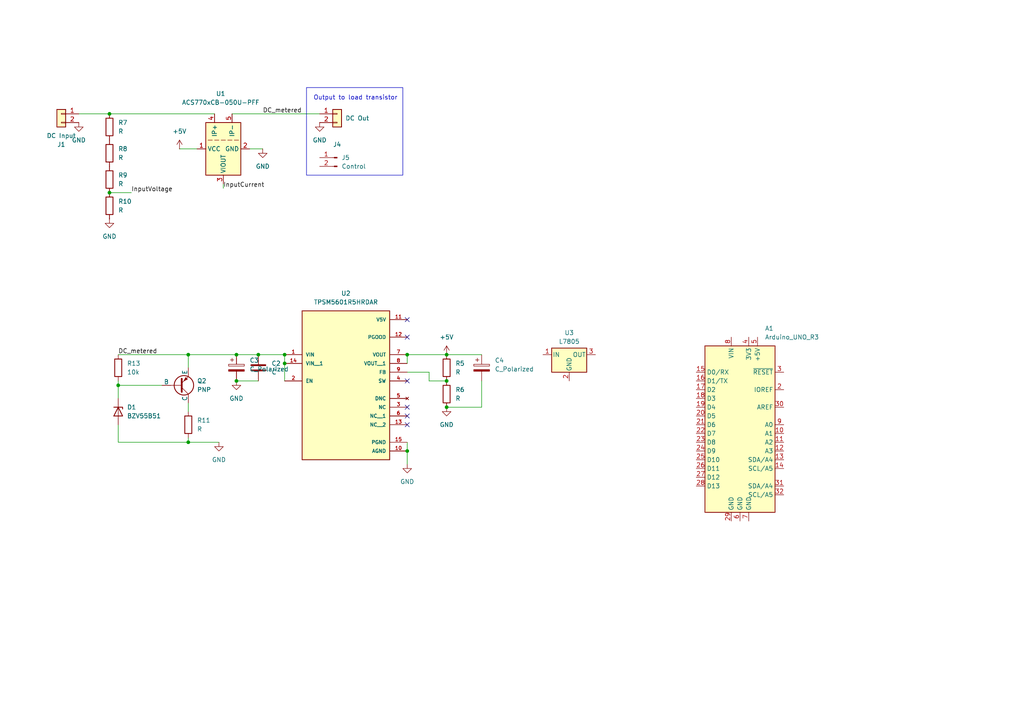
<source format=kicad_sch>
(kicad_sch (version 20250114) (generator "eeschema") (generator_version "9.0")
  (paper "A4")
  (lib_symbols
    (symbol "Connector:Conn_01x02_Pin" (pin_names (offset 1.016) (hide yes))
      (property "Reference" "J" (at 0 2.54 0))
      (property "Value" "Conn_01x02_Pin" (at 0 -5.08 0))
      (symbol "Conn_01x02_Pin_1_1"
        (rectangle (start 0.8636 0.127) (end 0 -0.127) (stroke (width 0.1524)) (fill (type outline)))
        (rectangle (start 0.8636 -2.413) (end 0 -2.667) (stroke (width 0.1524)) (fill (type outline)))
        (polyline (pts (xy 1.27 0) (xy 0.8636 0)) (stroke (width 0.1524)))
        (polyline (pts (xy 1.27 -2.54) (xy 0.8636 -2.54)) (stroke (width 0.1524)))
        (pin passive line (at 5.08 0 180) (length 3.81) (name "Pin_1") (number "1"))
        (pin passive line (at 5.08 -2.54 180) (length 3.81) (name "Pin_2") (number "2"))
      )
    )
    (symbol "Connector:Conn_01x03_Pin" (pin_names (offset 1.016) (hide yes))
      (property "Reference" "J" (at 0 5.08 0))
      (property "Value" "Conn_01x03_Pin" (at 0 -5.08 0))
      (symbol "Conn_01x03_Pin_1_1"
        (rectangle (start 0.8636 2.667) (end 0 2.413) (stroke (width 0.1524)) (fill (type outline)))
        (rectangle (start 0.8636 0.127) (end 0 -0.127) (stroke (width 0.1524)) (fill (type outline)))
        (rectangle (start 0.8636 -2.413) (end 0 -2.667) (stroke (width 0.1524)) (fill (type outline)))
        (polyline (pts (xy 1.27 2.54) (xy 0.8636 2.54)) (stroke (width 0.1524)))
        (polyline (pts (xy 1.27 0) (xy 0.8636 0)) (stroke (width 0.1524)))
        (polyline (pts (xy 1.27 -2.54) (xy 0.8636 -2.54)) (stroke (width 0.1524)))
        (pin passive line (at 5.08 2.54 180) (length 3.81) (name "Pin_1") (number "1"))
        (pin passive line (at 5.08 0 180) (length 3.81) (name "Pin_2") (number "2"))
        (pin passive line (at 5.08 -2.54 180) (length 3.81) (name "Pin_3") (number "3"))
      )
    )
    (symbol "Connector:Conn_01x06_Pin" (pin_names (offset 1.016) (hide yes))
      (property "Reference" "J" (at 0 7.62 0))
      (property "Value" "Conn_01x06_Pin" (at 0 -10.16 0))
      (symbol "Conn_01x06_Pin_1_1"
        (rectangle (start 0.8636 5.207) (end 0 4.953) (stroke (width 0.1524)) (fill (type outline)))
        (rectangle (start 0.8636 2.667) (end 0 2.413) (stroke (width 0.1524)) (fill (type outline)))
        (rectangle (start 0.8636 0.127) (end 0 -0.127) (stroke (width 0.1524)) (fill (type outline)))
        (rectangle (start 0.8636 -2.413) (end 0 -2.667) (stroke (width 0.1524)) (fill (type outline)))
        (rectangle (start 0.8636 -4.953) (end 0 -5.207) (stroke (width 0.1524)) (fill (type outline)))
        (rectangle (start 0.8636 -7.493) (end 0 -7.747) (stroke (width 0.1524)) (fill (type outline)))
        (polyline (pts (xy 1.27 5.08) (xy 0.8636 5.08)) (stroke (width 0.1524)))
        (polyline (pts (xy 1.27 2.54) (xy 0.8636 2.54)) (stroke (width 0.1524)))
        (polyline (pts (xy 1.27 0) (xy 0.8636 0)) (stroke (width 0.1524)))
        (polyline (pts (xy 1.27 -2.54) (xy 0.8636 -2.54)) (stroke (width 0.1524)))
        (polyline (pts (xy 1.27 -5.08) (xy 0.8636 -5.08)) (stroke (width 0.1524)))
        (polyline (pts (xy 1.27 -7.62) (xy 0.8636 -7.62)) (stroke (width 0.1524)))
        (pin passive line (at 5.08 5.08 180) (length 3.81) (name "Pin_1") (number "1"))
        (pin passive line (at 5.08 2.54 180) (length 3.81) (name "Pin_2") (number "2"))
        (pin passive line (at 5.08 0 180) (length 3.81) (name "Pin_3") (number "3"))
        (pin passive line (at 5.08 -2.54 180) (length 3.81) (name "Pin_4") (number "4"))
        (pin passive line (at 5.08 -5.08 180) (length 3.81) (name "Pin_5") (number "5"))
        (pin passive line (at 5.08 -7.62 180) (length 3.81) (name "Pin_6") (number "6"))
      )
    )
    (symbol "Connector_Generic:Conn_01x02" (pin_names (offset 1.016) (hide yes))
      (property "Reference" "J" (at 0 2.54 0))
      (property "Value" "Conn_01x02" (at 0 -5.08 0))
      (symbol "Conn_01x02_1_1"
        (rectangle (start -1.27 1.27) (end 1.27 -3.81) (stroke (width 0.254)) (fill (type background)))
        (rectangle (start -1.27 0.127) (end 0 -0.127) (stroke (width 0.1524)))
        (rectangle (start -1.27 -2.413) (end 0 -2.667) (stroke (width 0.1524)))
        (pin passive line (at -5.08 0 0) (length 3.81) (name "Pin_1") (number "1"))
        (pin passive line (at -5.08 -2.54 0) (length 3.81) (name "Pin_2") (number "2"))
      )
    )
    (symbol "Device:C" (pin_numbers (hide yes)) (pin_names (offset 0.254))
      (property "Reference" "C" (at 0.635 2.54 0))
      (property "Value" "C" (at 0.635 -2.54 0))
      (symbol "C_0_1"
        (polyline (pts (xy -2.032 0.762) (xy 2.032 0.762)) (stroke (width 0.508)))
        (polyline (pts (xy -2.032 -0.762) (xy 2.032 -0.762)) (stroke (width 0.508)))
      )
      (symbol "C_1_1"
        (pin passive line (at 0 3.81 270) (length 2.794) (name "~") (number "1"))
        (pin passive line (at 0 -3.81 90) (length 2.794) (name "~") (number "2"))
      )
    )
    (symbol "Device:C_Polarized" (pin_numbers (hide yes)) (pin_names (offset 0.254))
      (property "Reference" "C" (at 0.635 2.54 0))
      (property "Value" "C_Polarized" (at 0.635 -2.54 0))
      (symbol "C_Polarized_0_1"
        (rectangle (start -2.286 0.508) (end 2.286 1.016))
        (polyline (pts (xy -1.778 2.286) (xy -0.762 2.286)))
        (polyline (pts (xy -1.27 2.794) (xy -1.27 1.778)))
        (rectangle (start 2.286 -0.508) (end -2.286 -1.016) (fill (type outline)))
      )
      (symbol "C_Polarized_1_1"
        (pin passive line (at 0 3.81 270) (length 2.794) (name "~") (number "1"))
        (pin passive line (at 0 -3.81 90) (length 2.794) (name "~") (number "2"))
      )
    )
    (symbol "Device:R" (pin_numbers (hide yes)) (pin_names (offset 0))
      (property "Reference" "R" (at 2.032 0 90))
      (property "Value" "R" (at 0 0 90))
      (symbol "R_0_1"
        (rectangle (start -1.016 -2.54) (end 1.016 2.54) (stroke (width 0.254)))
      )
      (symbol "R_1_1"
        (pin passive line (at 0 3.81 270) (length 1.27) (name "~") (number "1"))
        (pin passive line (at 0 -3.81 90) (length 1.27) (name "~") (number "2"))
      )
    )
    (symbol "Diode:BZV55B51" (pin_numbers (hide yes)) (pin_names (hide yes))
      (property "Reference" "D" (at 0 2.54 0))
      (property "Value" "BZV55B51" (at 0 -2.54 0))
      (symbol "BZV55B51_0_1"
        (polyline (pts (xy -1.27 -1.27) (xy -1.27 1.27) (xy -0.762 1.27)) (stroke (width 0.254)))
        (polyline (pts (xy 1.27 0) (xy -1.27 0)))
        (polyline (pts (xy 1.27 -1.27) (xy 1.27 1.27) (xy -1.27 0) (xy 1.27 -1.27)) (stroke (width 0.254)))
      )
      (symbol "BZV55B51_1_1"
        (pin passive line (at -3.81 0 0) (length 2.54) (name "K") (number "1"))
        (pin passive line (at 3.81 0 180) (length 2.54) (name "A") (number "2"))
      )
    )
    (symbol "MCU_Module:Arduino_UNO_R3"
      (property "Reference" "A" (at -10.16 23.495 0))
      (property "Value" "Arduino_UNO_R3" (at 5.08 -26.67 0))
      (symbol "Arduino_UNO_R3_0_1"
        (rectangle (start -10.16 22.86) (end 10.16 -25.4) (stroke (width 0.254)) (fill (type background)))
      )
      (symbol "Arduino_UNO_R3_1_1"
        (pin bidirectional line (at -12.7 15.24 0) (length 2.54) (name "D0/RX") (number "15"))
        (pin bidirectional line (at -12.7 12.7 0) (length 2.54) (name "D1/TX") (number "16"))
        (pin bidirectional line (at -12.7 10.16 0) (length 2.54) (name "D2") (number "17"))
        (pin bidirectional line (at -12.7 7.62 0) (length 2.54) (name "D3") (number "18"))
        (pin bidirectional line (at -12.7 5.08 0) (length 2.54) (name "D4") (number "19"))
        (pin bidirectional line (at -12.7 2.54 0) (length 2.54) (name "D5") (number "20"))
        (pin bidirectional line (at -12.7 0 0) (length 2.54) (name "D6") (number "21"))
        (pin bidirectional line (at -12.7 -2.54 0) (length 2.54) (name "D7") (number "22"))
        (pin bidirectional line (at -12.7 -5.08 0) (length 2.54) (name "D8") (number "23"))
        (pin bidirectional line (at -12.7 -7.62 0) (length 2.54) (name "D9") (number "24"))
        (pin bidirectional line (at -12.7 -10.16 0) (length 2.54) (name "D10") (number "25"))
        (pin bidirectional line (at -12.7 -12.7 0) (length 2.54) (name "D11") (number "26"))
        (pin bidirectional line (at -12.7 -15.24 0) (length 2.54) (name "D12") (number "27"))
        (pin bidirectional line (at -12.7 -17.78 0) (length 2.54) (name "D13") (number "28"))
        (pin no_connect line (at -10.16 -20.32 0) (length 2.54) (hide yes) (name "NC") (number "1"))
        (pin power_in line (at -2.54 25.4 270) (length 2.54) (name "VIN") (number "8"))
        (pin power_in line (at -2.54 -27.94 90) (length 2.54) (name "GND") (number "29"))
        (pin power_in line (at 0 -27.94 90) (length 2.54) (name "GND") (number "6"))
        (pin power_out line (at 2.54 25.4 270) (length 2.54) (name "3V3") (number "4"))
        (pin power_in line (at 2.54 -27.94 90) (length 2.54) (name "GND") (number "7"))
        (pin power_out line (at 5.08 25.4 270) (length 2.54) (name "+5V") (number "5"))
        (pin input line (at 12.7 15.24 180) (length 2.54) (name "~{RESET}") (number "3"))
        (pin output line (at 12.7 10.16 180) (length 2.54) (name "IOREF") (number "2"))
        (pin input line (at 12.7 5.08 180) (length 2.54) (name "AREF") (number "30"))
        (pin bidirectional line (at 12.7 0 180) (length 2.54) (name "A0") (number "9"))
        (pin bidirectional line (at 12.7 -2.54 180) (length 2.54) (name "A1") (number "10"))
        (pin bidirectional line (at 12.7 -5.08 180) (length 2.54) (name "A2") (number "11"))
        (pin bidirectional line (at 12.7 -7.62 180) (length 2.54) (name "A3") (number "12"))
        (pin bidirectional line (at 12.7 -10.16 180) (length 2.54) (name "SDA/A4") (number "13"))
        (pin bidirectional line (at 12.7 -12.7 180) (length 2.54) (name "SCL/A5") (number "14"))
        (pin bidirectional line (at 12.7 -17.78 180) (length 2.54) (name "SDA/A4") (number "31"))
        (pin bidirectional line (at 12.7 -20.32 180) (length 2.54) (name "SCL/A5") (number "32"))
      )
    )
    (symbol "Regulator_Linear:L7805" (pin_names (offset 0.254))
      (property "Reference" "U" (at -3.81 3.175 0))
      (property "Value" "L7805" (at 0 3.175 0))
      (symbol "L7805_0_1"
        (rectangle (start -5.08 1.905) (end 5.08 -5.08) (stroke (width 0.254)) (fill (type background)))
      )
      (symbol "L7805_1_1"
        (pin power_in line (at -7.62 0 0) (length 2.54) (name "IN") (number "1"))
        (pin power_in line (at 0 -7.62 90) (length 2.54) (name "GND") (number "2"))
        (pin power_out line (at 7.62 0 180) (length 2.54) (name "OUT") (number "3"))
      )
    )
    (symbol "Sensor_Current:ACS770xCB-050U-PFF"
      (property "Reference" "U" (at -7.62 6.35 0))
      (property "Value" "ACS770xCB-050U-PFF" (at 2.54 6.35 0))
      (symbol "ACS770xCB-050U-PFF_0_1"
        (rectangle (start -7.62 5.08) (end 7.62 -5.08) (stroke (width 0.254)) (fill (type background)))
        (polyline (pts (xy -2.54 3.175) (xy -2.54 4.445)))
        (polyline (pts (xy -2.54 1.27) (xy -2.54 2.54)))
        (polyline (pts (xy -2.54 0.635) (xy -2.54 -0.635)))
        (polyline (pts (xy -2.54 -1.27) (xy -2.54 -2.54)))
        (polyline (pts (xy -2.54 -3.175) (xy -2.54 -4.445)))
      )
      (symbol "ACS770xCB-050U-PFF_1_1"
        (pin passive line (at -10.16 2.54 0) (length 2.54) (name "IP+") (number "4"))
        (pin passive line (at -10.16 -2.54 0) (length 2.54) (name "IP-") (number "5"))
        (pin power_in line (at 0 7.62 270) (length 2.54) (name "VCC") (number "1"))
        (pin power_in line (at 0 -7.62 90) (length 2.54) (name "GND") (number "2"))
        (pin output line (at 10.16 0 180) (length 2.54) (name "VIOUT") (number "3"))
      )
    )
    (symbol "Simulation_SPICE:PNP" (pin_numbers (hide yes)) (pin_names (offset 0))
      (property "Reference" "Q" (at -2.54 7.62 0))
      (property "Value" "PNP" (at -2.54 5.08 0))
      (symbol "PNP_0_1"
        (polyline (pts (xy -2.54 0) (xy 0.635 0)) (stroke (width 0.1524)))
        (polyline (pts (xy 0.635 1.905) (xy 0.635 -1.905) (xy 0.635 -1.905)) (stroke (width 0.508)))
        (polyline (pts (xy 0.635 0.635) (xy 2.54 2.54)))
        (polyline (pts (xy 0.635 -0.635) (xy 2.54 -2.54) (xy 2.54 -2.54)))
        (circle (center 1.27 0) (radius 2.8194) (stroke (width 0.254)))
        (polyline (pts (xy 2.286 -1.778) (xy 1.778 -2.286) (xy 1.27 -1.27) (xy 2.286 -1.778) (xy 2.286 -1.778)) (fill (type outline)))
      )
      (symbol "PNP_1_1"
        (pin input line (at -5.08 0 0) (length 2.54) (name "B") (number "2"))
        (pin open_collector line (at 2.54 5.08 270) (length 2.54) (name "C") (number "1"))
        (pin open_emitter line (at 2.54 -5.08 90) (length 2.54) (name "E") (number "3"))
      )
    )
    (symbol "TPSM5601R5HRDAR:TPSM5601R5HRDAR" (pin_names (offset 1.016))
      (property "Reference" "U" (at -12.7 18.542 0))
      (property "Value" "TPSM5601R5HRDAR" (at -12.7 -27.94 0))
      (symbol "TPSM5601R5HRDAR_0_0"
        (rectangle (start -12.7 -25.4) (end 12.7 17.78) (stroke (width 0.254)) (fill (type background)))
        (pin input line (at -17.78 5.08 0) (length 5.08) (name "VIN") (number "1"))
        (pin input line (at -17.78 2.54 0) (length 5.08) (name "VIN__1") (number "14"))
        (pin input line (at -17.78 -2.54 0) (length 5.08) (name "EN") (number "2"))
        (pin output line (at 17.78 15.24 180) (length 5.08) (name "V5V") (number "11"))
        (pin output line (at 17.78 10.16 180) (length 5.08) (name "PGOOD") (number "12"))
        (pin output line (at 17.78 5.08 180) (length 5.08) (name "VOUT") (number "7"))
        (pin output line (at 17.78 2.54 180) (length 5.08) (name "VOUT__1") (number "8"))
        (pin input line (at 17.78 0 180) (length 5.08) (name "FB") (number "9"))
        (pin output line (at 17.78 -2.54 180) (length 5.08) (name "SW") (number "4"))
        (pin no_connect line (at 17.78 -7.62 180) (length 5.08) (name "DNC") (number "5"))
        (pin passive line (at 17.78 -10.16 180) (length 5.08) (name "NC") (number "3"))
        (pin passive line (at 17.78 -12.7 180) (length 5.08) (name "NC__1") (number "6"))
        (pin passive line (at 17.78 -15.24 180) (length 5.08) (name "NC__2") (number "13"))
        (pin power_in line (at 17.78 -20.32 180) (length 5.08) (name "PGND") (number "15"))
        (pin power_in line (at 17.78 -22.86 180) (length 5.08) (name "AGND") (number "10"))
      )
    )
    (symbol "power:+5V" (power) (pin_numbers (hide yes)) (pin_names (offset 0) (hide yes))
      (property "Value" "+5V" (at 0 3.556 0))
      (symbol "+5V_0_1"
        (polyline (pts (xy -0.762 1.27) (xy 0 2.54)))
        (polyline (pts (xy 0 2.54) (xy 0.762 1.27)))
        (polyline (pts (xy 0 0) (xy 0 2.54)))
      )
      (symbol "+5V_1_1"
        (pin power_in line (at 0 0 90) (length 0) (name "~") (number "1"))
      )
    )
    (symbol "power:GND" (power) (pin_numbers (hide yes)) (pin_names (offset 0) (hide yes))
      (property "Value" "GND" (at 0 -3.81 0))
      (symbol "GND_0_1"
        (polyline (pts (xy 0 0) (xy 0 -1.27) (xy 1.27 -1.27) (xy 0 -2.54) (xy -1.27 -1.27) (xy 0 -1.27)))
      )
      (symbol "GND_1_1"
        (pin power_in line (at 0 0 270) (length 0) (name "~") (number "1"))
      )
    )
  )
  (rectangle (start 88.9 25.4) (end 116.84 50.8))
  (text "Output to load transistor" (at 103.124 28.448 0) (effects (font (size 1.27 1.27))))
  (junction (at 31.75 33.02))
  (junction (at 340.36 118.11))
  (junction (at 118.11 130.81))
  (junction (at 68.58 110.49))
  (junction (at 118.11 102.87))
  (junction (at 129.54 102.87))
  (junction (at 334.01 86.36))
  (junction (at 54.61 102.87))
  (junction (at 129.54 118.11))
  (junction (at 341.63 86.36))
  (junction (at 82.55 105.41))
  (junction (at 68.58 102.87))
  (junction (at 54.61 128.27))
  (junction (at 34.29 111.76))
  (junction (at 82.55 102.87))
  (junction (at 129.54 110.49))
  (junction (at 349.25 86.36))
  (junction (at 31.75 55.88))
  (junction (at 74.93 102.87))
  (no_connect (at 118.11 118.11))
  (no_connect (at 118.11 110.49))
  (no_connect (at 118.11 92.71))
  (no_connect (at 118.11 123.19))
  (no_connect (at 118.11 120.65))
  (no_connect (at 118.11 97.79))
  (no_connect (at 327.66 102.87))
  (wire (pts (xy 31.75 33.02) (xy 62.23 33.02)))
  (wire (pts (xy 124.46 110.49) (xy 129.54 110.49)))
  (wire (pts (xy 129.54 102.87) (xy 139.7 102.87)))
  (wire (pts (xy 34.29 111.76) (xy 34.29 110.49)))
  (wire (pts (xy 34.29 102.87) (xy 54.61 102.87)))
  (wire (pts (xy 54.61 102.87) (xy 54.61 106.68)))
  (wire (pts (xy 356.87 97.79) (xy 356.87 100.33)))
  (wire (pts (xy 327.66 118.11) (xy 332.74 118.11)))
  (wire (pts (xy 328.93 99.06) (xy 328.93 97.79)))
  (wire (pts (xy 327.66 100.33) (xy 356.87 100.33)))
  (wire (pts (xy 82.55 102.87) (xy 82.55 105.41)))
  (wire (pts (xy 54.61 128.27) (xy 63.5 128.27)))
  (wire (pts (xy 118.11 107.95) (xy 124.46 107.95)))
  (wire (pts (xy 82.55 105.41) (xy 82.55 110.49)))
  (wire (pts (xy 54.61 102.87) (xy 68.58 102.87)))
  (wire (pts (xy 68.58 110.49) (xy 74.93 110.49)))
  (wire (pts (xy 118.11 102.87) (xy 118.11 105.41)))
  (wire (pts (xy 342.9 118.11) (xy 340.36 118.11)))
  (wire (pts (xy 341.63 86.36) (xy 349.25 86.36)))
  (wire (pts (xy 64.77 54.61) (xy 64.77 53.34)))
  (wire (pts (xy 118.11 128.27) (xy 118.11 130.81)))
  (wire (pts (xy 67.31 33.02) (xy 92.71 33.02)))
  (wire (pts (xy 327.66 95.25) (xy 330.2 95.25)))
  (wire (pts (xy 139.7 110.49) (xy 139.7 118.11)))
  (wire (pts (xy 34.29 128.27) (xy 54.61 128.27)))
  (wire (pts (xy 334.01 86.36) (xy 334.01 90.17)))
  (wire (pts (xy 118.11 102.87) (xy 129.54 102.87)))
  (wire (pts (xy 74.93 102.87) (xy 82.55 102.87)))
  (wire (pts (xy 68.58 102.87) (xy 74.93 102.87)))
  (wire (pts (xy 76.2 43.18) (xy 72.39 43.18)))
  (wire (pts (xy 31.75 55.88) (xy 38.1 55.88)))
  (wire (pts (xy 34.29 128.27) (xy 34.29 123.19)))
  (wire (pts (xy 330.2 97.79) (xy 341.63 97.79)))
  (wire (pts (xy 334.01 86.36) (xy 341.63 86.36)))
  (wire (pts (xy 54.61 119.38) (xy 54.61 116.84)))
  (wire (pts (xy 330.2 97.79) (xy 330.2 95.25)))
  (wire (pts (xy 34.29 111.76) (xy 46.99 111.76)))
  (wire (pts (xy 327.66 97.79) (xy 328.93 97.79)))
  (wire (pts (xy 22.86 33.02) (xy 31.75 33.02)))
  (wire (pts (xy 124.46 107.95) (xy 124.46 110.49)))
  (wire (pts (xy 349.25 86.36) (xy 349.25 88.9)))
  (wire (pts (xy 328.93 99.06) (xy 349.25 99.06)))
  (wire (pts (xy 327.66 92.71) (xy 334.01 92.71)))
  (wire (pts (xy 341.63 86.36) (xy 341.63 87.63)))
  (wire (pts (xy 54.61 128.27) (xy 54.61 127)))
  (wire (pts (xy 34.29 115.57) (xy 34.29 111.76)))
  (wire (pts (xy 52.07 43.18) (xy 57.15 43.18)))
  (wire (pts (xy 341.63 97.79) (xy 341.63 95.25)))
  (wire (pts (xy 327.66 90.17) (xy 334.01 90.17)))
  (wire (pts (xy 118.11 130.81) (xy 118.11 134.62)))
  (wire (pts (xy 356.87 86.36) (xy 356.87 90.17)))
  (wire (pts (xy 139.7 118.11) (xy 129.54 118.11)))
  (wire (pts (xy 349.25 99.06) (xy 349.25 96.52)))
  (wire (pts (xy 349.25 86.36) (xy 356.87 86.36)))
  (label "DC_metered" (at 34.29 102.87 0))
  (label "DC_metered" (at 76.2 33.02 0))
  (label "Hall_C" (at 356.87 100.33 0))
  (label "InputCurrent" (at 64.77 54.61 0))
  (label "Hall_A" (at 341.63 97.79 0))
  (label "InputVoltage" (at 38.1 55.88 0))
  (label "Hall_B" (at 349.25 99.06 0))
  (label "InputPot" (at 342.9 118.11 0))
  (symbol (lib_id "MCU_Module:Arduino_UNO_R3") (at 214.63 123.19 0) (unit 1)
    (property "Reference" "A1" (at 221.8533 95.25 0) (effects (justify left)))
    (property "Value" "Arduino_UNO_R3" (at 221.8533 97.79 0) (effects (justify left)))
    (property "Footprint" "Module:Arduino_UNO_R3" (effects (hide yes)))
    (property "Datasheet" "https://www.arduino.cc/en/Main/arduinoBoardUno" (effects (hide yes)))
    (property "Description" "Arduino UNO Microcontroller Module, release 3" (effects (hide yes)))
  )
  (symbol (lib_id "power:GND") (at 92.71 35.56 0) (unit 1)
    (property "Reference" "#PWR02" (effects (hide yes)))
    (property "Value" "GND" (at 92.71 40.64 0))
    (property "Description" "Power symbol creates a global label with name \"GND\" , ground" (effects (hide yes)))
  )
  (symbol (lib_id "power:+5V") (at 52.07 43.18 0) (unit 1)
    (property "Reference" "#PWR013" (effects (hide yes)))
    (property "Value" "+5V" (at 52.07 38.1 0))
    (property "Description" "Power symbol creates a global label with name \"+5V\"" (effects (hide yes)))
  )
  (symbol (lib_id "Device:R") (at 54.61 123.19 0) (unit 1)
    (property "Reference" "R11" (at 57.15 121.9199 0) (effects (justify left)))
    (property "Value" "R" (at 57.15 124.4599 0) (effects (justify left)))
    (property "Description" "Resistor" (effects (hide yes)))
  )
  (symbol (lib_id "Connector:Conn_01x03_Pin") (at 322.58 118.11 0) (unit 1)
    (property "Reference" "J3" (at 323.215 110.49 0))
    (property "Value" "Pot Input" (at 323.215 113.03 0))
    (property "Description" "Generic connector, single row, 01x03, script generated" (effects (hide yes)))
  )
  (symbol (lib_id "power:GND") (at 129.54 118.11 0) (unit 1)
    (property "Reference" "#PWR08" (effects (hide yes)))
    (property "Value" "GND" (at 129.54 123.19 0))
    (property "Description" "Power symbol creates a global label with name \"GND\" , ground" (effects (hide yes)))
  )
  (symbol (lib_id "Diode:BZV55B51") (at 34.29 119.38 270) (unit 1)
    (property "Reference" "D1" (at 36.83 118.1099 90) (effects (justify left)))
    (property "Value" "BZV55B51" (at 36.83 120.6499 90) (effects (justify left)))
    (property "Footprint" "Diode_SMD:D_MiniMELF" (effects (hide yes)))
    (property "Datasheet" "https://assets.nexperia.com/documents/data-sheet/BZV55_SER.pdf" (effects (hide yes)))
    (property "Description" "51V, 500mW, 2%, Zener diode, MiniMELF" (effects (hide yes)))
  )
  (symbol (lib_id "Device:R") (at 31.75 52.07 0) (unit 1)
    (property "Reference" "R9" (at 34.29 50.7999 0) (effects (justify left)))
    (property "Value" "R" (at 34.29 53.3399 0) (effects (justify left)))
    (property "Description" "Resistor" (effects (hide yes)))
  )
  (symbol (lib_id "Device:C_Polarized") (at 139.7 106.68 0) (unit 1)
    (property "Reference" "C4" (at 143.51 104.5209 0) (effects (justify left)))
    (property "Value" "C_Polarized" (at 143.51 107.0609 0) (effects (justify left)))
    (property "Description" "Polarized capacitor" (effects (hide yes)))
  )
  (symbol (lib_id "power:GND") (at 31.75 63.5 0) (unit 1)
    (property "Reference" "#PWR011" (effects (hide yes)))
    (property "Value" "GND" (at 31.75 68.58 0))
    (property "Description" "Power symbol creates a global label with name \"GND\" , ground" (effects (hide yes)))
  )
  (symbol (lib_id "Device:R") (at 356.87 93.98 0) (unit 1)
    (property "Reference" "R4" (at 358.902 92.71 0) (effects (justify left)))
    (property "Value" "10k" (at 358.902 95.25 0) (effects (justify left)))
    (property "Description" "Resistor" (effects (hide yes)))
  )
  (symbol (lib_id "Device:C") (at 74.93 106.68 0) (unit 1)
    (property "Reference" "C2" (at 78.74 105.4099 0) (effects (justify left)))
    (property "Value" "C" (at 78.74 107.9499 0) (effects (justify left)))
    (property "Description" "Unpolarized capacitor" (effects (hide yes)))
  )
  (symbol (lib_id "power:+5V") (at 334.01 86.36 0) (unit 1)
    (property "Reference" "#PWR05" (effects (hide yes)))
    (property "Value" "+5V" (at 334.01 81.28 0))
    (property "Description" "Power symbol creates a global label with name \"+5V\"" (effects (hide yes)))
  )
  (symbol (lib_id "Device:R") (at 129.54 114.3 0) (unit 1)
    (property "Reference" "R6" (at 132.08 113.0299 0) (effects (justify left)))
    (property "Value" "R" (at 132.08 115.5699 0) (effects (justify left)))
    (property "Description" "Resistor" (effects (hide yes)))
  )
  (symbol (lib_id "Connector:Conn_01x02_Pin") (at 97.79 45.72 0) (mirror y) (unit 1)
    (property "Reference" "J5" (at 99.06 45.7199 0) (effects (justify right)))
    (property "Value" "Control" (at 99.06 48.2599 0) (effects (justify right)))
    (property "Description" "Generic connector, single row, 01x02, script generated" (effects (hide yes)))
  )
  (symbol (lib_id "power:GND") (at 334.01 92.71 0) (unit 1)
    (property "Reference" "#PWR06" (effects (hide yes)))
    (property "Value" "GND" (at 334.264 96.266 0))
    (property "Description" "Power symbol creates a global label with name \"GND\" , ground" (effects (hide yes)))
  )
  (symbol (lib_id "TPSM5601R5HRDAR:TPSM5601R5HRDAR") (at 100.33 107.95 0) (unit 1)
    (property "Reference" "U2" (at 100.33 85.09 0))
    (property "Value" "TPSM5601R5HRDAR" (at 100.33 87.63 0))
    (property "Footprint" "TPSM5601R5HRDAR:IC_TPSM5601R5HRDAR" (effects (hide yes)))
    (property "PARTREV" "December 2020" (effects (hide yes)))
    (property "MANUFACTURER" "Texas Instruments" (effects (hide yes)))
    (property "MAXIMUM_PACKAGE_HEIGHT" "4.1 mm" (effects (hide yes)))
    (property "STANDARD" "Manufacturer Recommendations" (effects (hide yes)))
  )
  (symbol (lib_id "Device:R") (at 31.75 44.45 0) (unit 1)
    (property "Reference" "R8" (at 34.29 43.1799 0) (effects (justify left)))
    (property "Value" "R" (at 34.29 45.7199 0) (effects (justify left)))
    (property "Description" "Resistor" (effects (hide yes)))
  )
  (symbol (lib_id "Connector:Conn_01x06_Pin") (at 322.58 95.25 0) (unit 1)
    (property "Reference" "J2" (at 323.215 85.09 0))
    (property "Value" "Hall Input" (at 323.215 87.63 0))
    (property "Description" "Generic connector, single row, 01x06, script generated" (effects (hide yes)))
  )
  (symbol (lib_id "power:GND") (at 118.11 134.62 0) (unit 1)
    (property "Reference" "#PWR07" (effects (hide yes)))
    (property "Value" "GND" (at 118.11 139.7 0))
    (property "Description" "Power symbol creates a global label with name \"GND\" , ground" (effects (hide yes)))
  )
  (symbol (lib_id "power:GND") (at 63.5 128.27 0) (unit 1)
    (property "Reference" "#PWR012" (effects (hide yes)))
    (property "Value" "GND" (at 63.5 133.35 0))
    (property "Description" "Power symbol creates a global label with name \"GND\" , ground" (effects (hide yes)))
  )
  (symbol (lib_id "power:+5V") (at 129.54 102.87 0) (unit 1)
    (property "Reference" "#PWR09" (effects (hide yes)))
    (property "Value" "+5V" (at 129.54 97.79 0))
    (property "Description" "Power symbol creates a global label with name \"+5V\"" (effects (hide yes)))
  )
  (symbol (lib_id "power:GND") (at 22.86 35.56 0) (unit 1)
    (property "Reference" "#PWR01" (effects (hide yes)))
    (property "Value" "GND" (at 22.86 40.64 0))
    (property "Description" "Power symbol creates a global label with name \"GND\" , ground" (effects (hide yes)))
  )
  (symbol (lib_id "power:GND") (at 76.2 43.18 0) (unit 1)
    (property "Reference" "#PWR014" (effects (hide yes)))
    (property "Value" "GND" (at 76.2 48.26 0))
    (property "Description" "Power symbol creates a global label with name \"GND\" , ground" (effects (hide yes)))
  )
  (symbol (lib_id "Device:R") (at 336.55 118.11 90) (unit 1)
    (property "Reference" "R1" (at 336.55 111.76 90))
    (property "Value" "R" (at 336.55 114.3 90))
    (property "Description" "Resistor" (effects (hide yes)))
  )
  (symbol (lib_id "Regulator_Linear:L7805") (at 165.1 102.87 0) (unit 1)
    (property "Reference" "U3" (at 165.1 96.52 0))
    (property "Value" "L7805" (at 165.1 99.06 0))
    (property "Datasheet" "http://www.st.com/content/ccc/resource/technical/document/datasheet/41/4f/b3/b0/12/d4/47/88/CD00000444.pdf/files/CD00000444.pdf/jcr:content/translations/en.CD00000444.pdf" (effects (hide yes)))
    (property "Description" "Positive 1.5A 35V Linear Regulator, Fixed Output 5V, TO-220/TO-263/TO-252" (effects (hide yes)))
  )
  (symbol (lib_id "Sensor_Current:ACS770xCB-050U-PFF") (at 64.77 43.18 90) (mirror x) (unit 1)
    (property "Reference" "U1" (at 64.008 27.178 90))
    (property "Value" "ACS770xCB-050U-PFF" (at 64.008 29.718 90))
    (property "Footprint" "Sensor_Current:Allegro_CB_PFF" (effects (hide yes)))
    (property "Datasheet" "http://www.allegromicro.com/~/media/Files/Datasheets/ACS758-Datasheet.ashx?la=en" (effects (hide yes)))
    (property "Description" "50A Unidirectional Hall-Effect Current Sensor, +5.0V supply, 80mV/A, CB-5 PFF" (effects (hide yes)))
  )
  (symbol (lib_id "Device:R") (at 34.29 106.68 180) (unit 1)
    (property "Reference" "R13" (at 36.83 105.4099 0) (effects (justify right)))
    (property "Value" "10k" (at 36.83 107.9499 0) (effects (justify right)))
    (property "Description" "Resistor" (effects (hide yes)))
  )
  (symbol (lib_id "Device:R") (at 341.63 91.44 0) (unit 1)
    (property "Reference" "R2" (at 343.408 90.17 0) (effects (justify left)))
    (property "Value" "10k" (at 343.408 92.71 0) (effects (justify left)))
    (property "Description" "Resistor" (effects (hide yes)))
  )
  (symbol (lib_id "Connector_Generic:Conn_01x02") (at 17.78 33.02 0) (mirror y) (unit 1)
    (property "Reference" "J1" (at 17.78 41.91 0))
    (property "Value" "DC Input" (at 17.78 39.37 0))
    (property "Description" "Generic connector, single row, 01x02, script generated (kicad-library-utils/schlib/autogen/connector/)" (effects (hide yes)))
  )
  (symbol (lib_id "Device:R") (at 31.75 36.83 0) (unit 1)
    (property "Reference" "R7" (at 34.29 35.5599 0) (effects (justify left)))
    (property "Value" "R" (at 34.29 38.0999 0) (effects (justify left)))
    (property "Description" "Resistor" (effects (hide yes)))
  )
  (symbol (lib_id "Device:R") (at 129.54 106.68 0) (unit 1)
    (property "Reference" "R5" (at 132.08 105.4099 0) (effects (justify left)))
    (property "Value" "R" (at 132.08 107.9499 0) (effects (justify left)))
    (property "Description" "Resistor" (effects (hide yes)))
  )
  (symbol (lib_id "Simulation_SPICE:PNP") (at 52.07 111.76 0) (mirror x) (unit 1)
    (property "Reference" "Q2" (at 57.15 110.4899 0) (effects (justify left)))
    (property "Value" "PNP" (at 57.15 113.0299 0) (effects (justify left)))
    (property "Datasheet" "https://ngspice.sourceforge.io/docs/ngspice-html-manual/manual.xhtml#cha_BJTs" (effects (hide yes)))
    (property "Description" "Bipolar transistor symbol for simulation only, substrate tied to the emitter" (effects (hide yes)))
    (property "Sim.Device" "PNP" (effects (hide yes)))
    (property "Sim.Type" "GUMMELPOON" (effects (hide yes)))
    (property "Sim.Pins" "1=C 2=B 3=E" (effects (hide yes)))
  )
  (symbol (lib_id "power:GND") (at 340.36 125.73 0) (unit 1)
    (property "Reference" "#PWR03" (effects (hide yes)))
    (property "Value" "GND" (at 340.36 130.81 0))
    (property "Description" "Power symbol creates a global label with name \"GND\" , ground" (effects (hide yes)))
  )
  (symbol (lib_id "power:GND") (at 68.58 110.49 0) (unit 1)
    (property "Reference" "#PWR010" (effects (hide yes)))
    (property "Value" "GND" (at 68.58 115.57 0))
    (property "Description" "Power symbol creates a global label with name \"GND\" , ground" (effects (hide yes)))
  )
  (symbol (lib_id "Connector_Generic:Conn_01x02") (at 97.79 33.02 0) (unit 1)
    (property "Reference" "J4" (at 97.79 41.91 0))
    (property "Value" "DC Out" (at 103.632 34.29 0))
    (property "Description" "Generic connector, single row, 01x02, script generated (kicad-library-utils/schlib/autogen/connector/)" (effects (hide yes)))
  )
  (symbol (lib_id "Device:R") (at 349.25 92.71 0) (unit 1)
    (property "Reference" "R3" (at 351.282 91.44 0) (effects (justify left)))
    (property "Value" "10k" (at 351.282 93.98 0) (effects (justify left)))
    (property "Description" "Resistor" (effects (hide yes)))
  )
  (symbol (lib_id "Device:R") (at 31.75 59.69 0) (unit 1)
    (property "Reference" "R10" (at 34.29 58.4199 0) (effects (justify left)))
    (property "Value" "R" (at 34.29 60.9599 0) (effects (justify left)))
    (property "Description" "Resistor" (effects (hide yes)))
  )
  (symbol (lib_id "power:GND") (at 327.66 120.65 0) (unit 1)
    (property "Reference" "#PWR04" (effects (hide yes)))
    (property "Value" "GND" (at 327.66 125.73 0))
    (property "Description" "Power symbol creates a global label with name \"GND\" , ground" (effects (hide yes)))
  )
  (symbol (lib_id "Device:C") (at 340.36 121.92 0) (unit 1)
    (property "Reference" "C1" (at 344.17 120.6499 0) (effects (justify left)))
    (property "Value" "C" (at 344.17 123.1899 0) (effects (justify left)))
    (property "Description" "Unpolarized capacitor" (effects (hide yes)))
  )
  (symbol (lib_id "Device:C_Polarized") (at 68.58 106.68 0) (unit 1)
    (property "Reference" "C3" (at 72.39 104.5209 0) (effects (justify left)))
    (property "Value" "C_Polarized" (at 72.39 107.0609 0) (effects (justify left)))
    (property "Description" "Polarized capacitor" (effects (hide yes)))
  )
)
</source>
